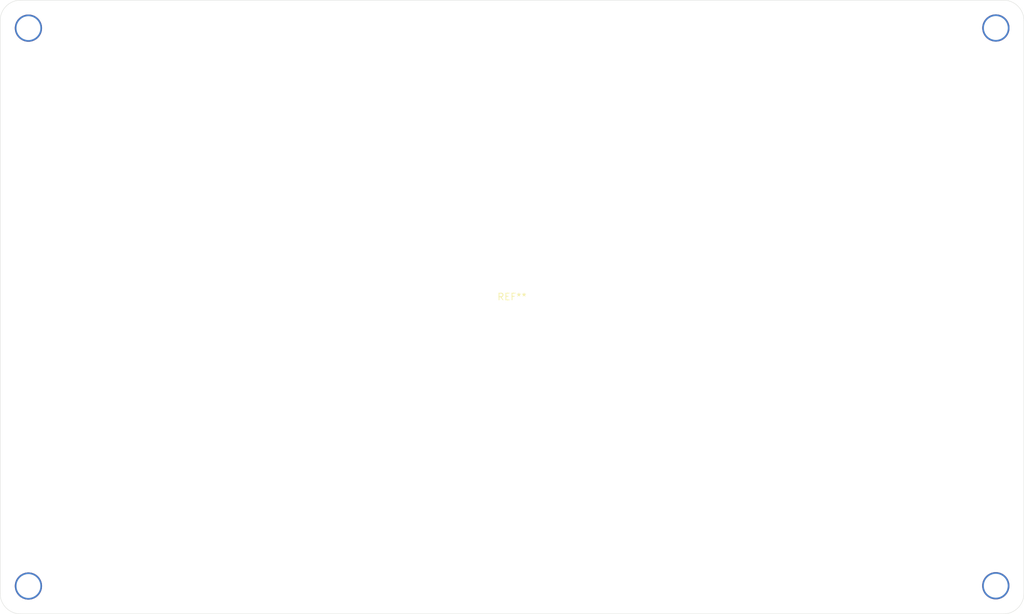
<source format=kicad_pcb>
(kicad_pcb (version 20240108) (generator "pcbnew") (generator_version "8.0")
  (layers (0 "F.Cu" signal) (31 "B.Cu" signal) (34 "B.Paste" user) (35 "F.Paste" user) (36 "B.SilkS" user "B.Silkscreen") (37 "F.SilkS" user "F.Silkscreen") (38 "B.Mask" user) (39 "F.Mask" user) (44 "Edge.Cuts" user))
  (net 0 "")
  (footprint "AUV_Custom_design:Control_Unit_TT_0.4" (layer "F.Cu") (at 156 97)
    (property "Reference" "REF**" (at 0 -0.5 0) (layer "F.SilkS") (effects (font (thickness 0.1))))
    (property "Value" "Control_Unit_TT_0.4")
    (fp_line (start -75 -41) (end -75 43) (stroke (width 0.05)) (layer "Edge.Cuts"))
    (fp_line (start -72 -44) (end 72 -44) (stroke (width 0.05)) (layer "Edge.Cuts"))
    (fp_line (start 72 46) (end -72 46) (stroke (width 0.05)) (layer "Edge.Cuts"))
    (fp_line (start 75 -41) (end 75 43) (stroke (width 0.05)) (layer "Edge.Cuts"))
    (fp_arc (start -75 -41) (mid -74.12132 -43.12132) (end -72 -44) (stroke (width 0.05)) (layer "Edge.Cuts"))
    (fp_arc (start -72 46) (mid -74.12132 45.12132) (end -75 43) (stroke (width 0.05)) (layer "Edge.Cuts"))
    (fp_arc (start 72 -44) (mid 74.12132 -43.12132) (end 75 -41) (stroke (width 0.05)) (layer "Edge.Cuts"))
    (fp_arc (start 75 43) (mid 74.12132 45.12132) (end 72 46) (stroke (width 0.05)) (layer "Edge.Cuts"))
    (pad "" thru_hole custom (at -70.86 -39.9) (size 4 4) (drill 3.5) (layers "*.Mask") (options (clearance outline) (anchor circle)) (primitives))
    (pad "" thru_hole custom (at -70.86 41.91) (size 4 4) (drill 3.5) (layers "*.Mask") (options (clearance outline) (anchor circle)) (primitives))
    (pad "" thru_hole custom (at 70.88 41.87) (size 4 4) (drill 3.5) (layers "*.Mask") (options (clearance outline) (anchor circle)) (primitives))
    (pad "" thru_hole custom (at 70.89 -39.92) (size 4 4) (drill 3.5) (layers "*.Mask") (options (clearance outline) (anchor circle)) (primitives))
  )
)
</source>
